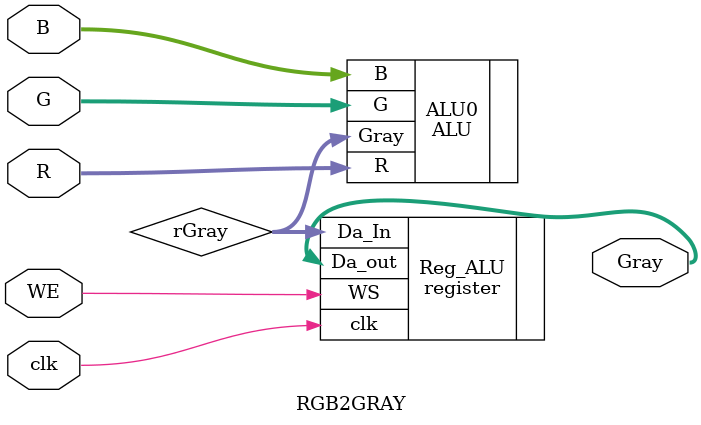
<source format=v>
module RGB2GRAY (R,G,B, Gray, clk,WE);
  input [31:0] R,G,B;
  output [31:0] Gray;
  input clk,WE;

wire [31:0] rGray;

//calculate
ALU ALU0(.R(R),
         .G(G),
         .B(B),
         .Gray(rGray)
         );    
 register Reg_ALU(.Da_In(rGray),
               .WS(WE),
               .Da_out(Gray),
               .clk(clk)
               );        
endmodule           
</source>
